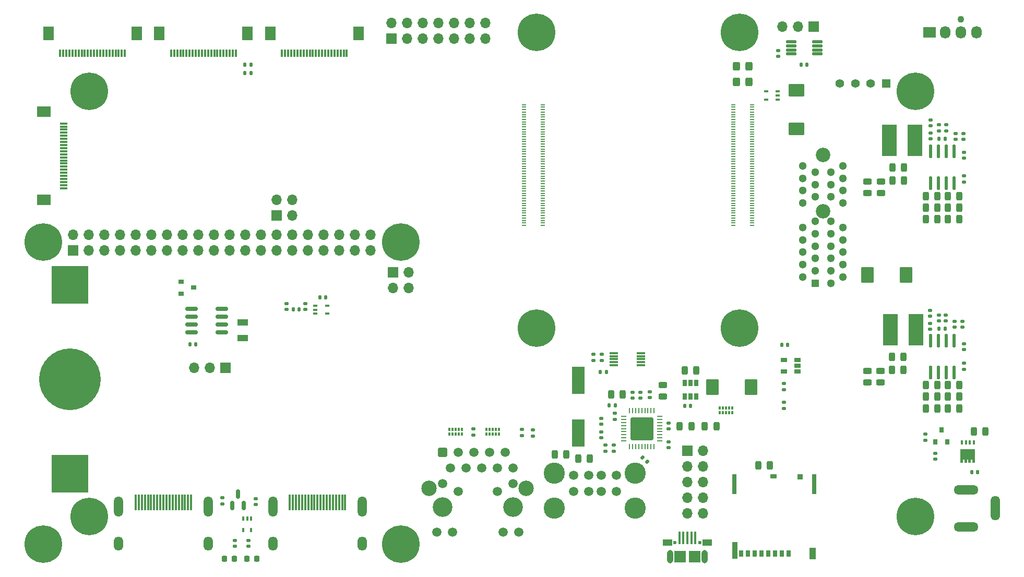
<source format=gbr>
G04 #@! TF.GenerationSoftware,KiCad,Pcbnew,(6.0.7)*
G04 #@! TF.CreationDate,2022-08-11T17:03:55+02:00*
G04 #@! TF.ProjectId,CM4IOv5,434d3449-4f76-4352-9e6b-696361645f70,rev?*
G04 #@! TF.SameCoordinates,Original*
G04 #@! TF.FileFunction,Soldermask,Top*
G04 #@! TF.FilePolarity,Negative*
%FSLAX46Y46*%
G04 Gerber Fmt 4.6, Leading zero omitted, Abs format (unit mm)*
G04 Created by KiCad (PCBNEW (6.0.7)) date 2022-08-11 17:03:55*
%MOMM*%
%LPD*%
G01*
G04 APERTURE LIST*
G04 Aperture macros list*
%AMRoundRect*
0 Rectangle with rounded corners*
0 $1 Rounding radius*
0 $2 $3 $4 $5 $6 $7 $8 $9 X,Y pos of 4 corners*
0 Add a 4 corners polygon primitive as box body*
4,1,4,$2,$3,$4,$5,$6,$7,$8,$9,$2,$3,0*
0 Add four circle primitives for the rounded corners*
1,1,$1+$1,$2,$3*
1,1,$1+$1,$4,$5*
1,1,$1+$1,$6,$7*
1,1,$1+$1,$8,$9*
0 Add four rect primitives between the rounded corners*
20,1,$1+$1,$2,$3,$4,$5,0*
20,1,$1+$1,$4,$5,$6,$7,0*
20,1,$1+$1,$6,$7,$8,$9,0*
20,1,$1+$1,$8,$9,$2,$3,0*%
%AMFreePoly0*
4,1,17,1.395000,0.765000,0.855000,0.765000,0.855000,0.535000,1.395000,0.535000,1.395000,0.115000,0.855000,0.115000,0.855000,-0.115000,1.395000,-0.115000,1.395000,-0.535000,0.855000,-0.535000,0.855000,-0.765000,1.395000,-0.765000,1.395000,-1.185000,-0.855000,-1.185000,-0.855000,1.185000,1.395000,1.185000,1.395000,0.765000,1.395000,0.765000,$1*%
G04 Aperture macros list end*
%ADD10R,6.000000X6.150000*%
%ADD11C,10.000000*%
%ADD12RoundRect,0.147500X0.172500X-0.147500X0.172500X0.147500X-0.172500X0.147500X-0.172500X-0.147500X0*%
%ADD13RoundRect,0.243750X0.243750X0.456250X-0.243750X0.456250X-0.243750X-0.456250X0.243750X-0.456250X0*%
%ADD14RoundRect,0.147500X-0.172500X0.147500X-0.172500X-0.147500X0.172500X-0.147500X0.172500X0.147500X0*%
%ADD15RoundRect,0.147500X-0.147500X-0.172500X0.147500X-0.172500X0.147500X0.172500X-0.147500X0.172500X0*%
%ADD16RoundRect,0.243750X-0.243750X-0.456250X0.243750X-0.456250X0.243750X0.456250X-0.243750X0.456250X0*%
%ADD17RoundRect,0.243750X-0.456250X0.243750X-0.456250X-0.243750X0.456250X-0.243750X0.456250X0.243750X0*%
%ADD18R,0.300000X1.300000*%
%ADD19R,1.800000X2.200000*%
%ADD20R,1.700000X1.700000*%
%ADD21O,1.700000X1.700000*%
%ADD22RoundRect,0.147500X0.147500X0.172500X-0.147500X0.172500X-0.147500X-0.172500X0.147500X-0.172500X0*%
%ADD23R,0.300000X0.550000*%
%ADD24R,0.400000X0.550000*%
%ADD25RoundRect,0.150000X0.150000X-0.587500X0.150000X0.587500X-0.150000X0.587500X-0.150000X-0.587500X0*%
%ADD26RoundRect,0.218750X0.218750X0.256250X-0.218750X0.256250X-0.218750X-0.256250X0.218750X-0.256250X0*%
%ADD27RoundRect,0.125000X-0.687500X-0.125000X0.687500X-0.125000X0.687500X0.125000X-0.687500X0.125000X0*%
%ADD28RoundRect,0.243750X0.456250X-0.243750X0.456250X0.243750X-0.456250X0.243750X-0.456250X-0.243750X0*%
%ADD29R,2.000000X4.500000*%
%ADD30R,0.650000X0.400000*%
%ADD31RoundRect,0.062500X0.062500X-0.350000X0.062500X0.350000X-0.062500X0.350000X-0.062500X-0.350000X0*%
%ADD32RoundRect,0.062500X0.350000X-0.062500X0.350000X0.062500X-0.350000X0.062500X-0.350000X-0.062500X0*%
%ADD33RoundRect,0.250000X1.600000X-1.600000X1.600000X1.600000X-1.600000X1.600000X-1.600000X-1.600000X0*%
%ADD34C,0.600000*%
%ADD35R,0.400000X2.000000*%
%ADD36R,1.900000X1.900000*%
%ADD37R,1.500000X1.000000*%
%ADD38O,1.000000X2.150000*%
%ADD39R,0.400000X0.650000*%
%ADD40R,1.060000X0.650000*%
%ADD41O,4.000000X1.500000*%
%ADD42O,1.500000X4.000000*%
%ADD43C,3.200000*%
%ADD44RoundRect,0.250500X-0.499500X-0.499500X0.499500X-0.499500X0.499500X0.499500X-0.499500X0.499500X0*%
%ADD45C,1.500000*%
%ADD46C,2.500000*%
%ADD47R,0.300000X2.600000*%
%ADD48O,1.500000X3.300000*%
%ADD49O,1.500000X2.300000*%
%ADD50R,0.650000X1.060000*%
%ADD51R,1.400000X0.300000*%
%ADD52C,3.450000*%
%ADD53RoundRect,0.147500X-0.226274X-0.017678X-0.017678X-0.226274X0.226274X0.017678X0.017678X0.226274X0*%
%ADD54C,1.100000*%
%ADD55R,2.030000X1.730000*%
%ADD56O,1.730000X2.030000*%
%ADD57C,6.100000*%
%ADD58R,0.800000X0.900000*%
%ADD59R,2.350000X5.100000*%
%ADD60RoundRect,0.112500X0.112500X-0.962500X0.112500X0.962500X-0.112500X0.962500X-0.112500X-0.962500X0*%
%ADD61R,1.408000X1.408000*%
%ADD62C,1.408000*%
%ADD63RoundRect,0.249999X-0.325001X-0.450001X0.325001X-0.450001X0.325001X0.450001X-0.325001X0.450001X0*%
%ADD64R,0.900000X0.800000*%
%ADD65RoundRect,0.150000X0.825000X0.150000X-0.825000X0.150000X-0.825000X-0.150000X0.825000X-0.150000X0*%
%ADD66R,1.800000X1.000000*%
%ADD67R,0.700000X1.100000*%
%ADD68R,0.900000X0.930000*%
%ADD69R,1.050000X0.780000*%
%ADD70R,0.860000X2.800000*%
%ADD71R,0.700000X3.330000*%
%ADD72R,1.140000X1.830000*%
%ADD73R,1.300000X0.300000*%
%ADD74R,2.200000X1.800000*%
%ADD75R,0.420000X0.700000*%
%ADD76FreePoly0,270.000000*%
%ADD77C,2.350000*%
%ADD78R,1.300000X1.300000*%
%ADD79C,1.300000*%
%ADD80RoundRect,0.250000X-0.787500X-1.025000X0.787500X-1.025000X0.787500X1.025000X-0.787500X1.025000X0*%
%ADD81RoundRect,0.250000X1.025000X-0.787500X1.025000X0.787500X-1.025000X0.787500X-1.025000X-0.787500X0*%
%ADD82R,0.700000X0.200000*%
G04 APERTURE END LIST*
D10*
X86800000Y-145125000D03*
X86800000Y-114475000D03*
D11*
X86800000Y-129800000D03*
D12*
X152300000Y-138785000D03*
X152300000Y-137815000D03*
D13*
X200387500Y-143750000D03*
X198512500Y-143750000D03*
D12*
X111550000Y-149985000D03*
X111550000Y-149015000D03*
X117000000Y-150085000D03*
X117000000Y-149115000D03*
D14*
X201700000Y-76415000D03*
X201700000Y-77385000D03*
D15*
X233115000Y-144800000D03*
X234085000Y-144800000D03*
D16*
X220262500Y-95400000D03*
X222137500Y-95400000D03*
X220262500Y-97550000D03*
X222137500Y-97550000D03*
D17*
X216250000Y-97650000D03*
X216250000Y-99525000D03*
X218400000Y-97662500D03*
X218400000Y-99537500D03*
D18*
X85250000Y-76850000D03*
X85750000Y-76850000D03*
X86250000Y-76850000D03*
X86750000Y-76850000D03*
X87250000Y-76850000D03*
X87750000Y-76850000D03*
X88250000Y-76850000D03*
X88750000Y-76850000D03*
X89250000Y-76850000D03*
X89750000Y-76850000D03*
X90250000Y-76850000D03*
X90750000Y-76850000D03*
X91250000Y-76850000D03*
X91750000Y-76850000D03*
X92250000Y-76850000D03*
X92750000Y-76850000D03*
X93250000Y-76850000D03*
X93750000Y-76850000D03*
X94250000Y-76850000D03*
X94750000Y-76850000D03*
X95250000Y-76850000D03*
X95750000Y-76850000D03*
D19*
X83350000Y-73600000D03*
X97650000Y-73600000D03*
D18*
X121250000Y-76850000D03*
X121750000Y-76850000D03*
X122250000Y-76850000D03*
X122750000Y-76850000D03*
X123250000Y-76850000D03*
X123750000Y-76850000D03*
X124250000Y-76850000D03*
X124750000Y-76850000D03*
X125250000Y-76850000D03*
X125750000Y-76850000D03*
X126250000Y-76850000D03*
X126750000Y-76850000D03*
X127250000Y-76850000D03*
X127750000Y-76850000D03*
X128250000Y-76850000D03*
X128750000Y-76850000D03*
X129250000Y-76850000D03*
X129750000Y-76850000D03*
X130250000Y-76850000D03*
X130750000Y-76850000D03*
X131250000Y-76850000D03*
X131750000Y-76850000D03*
D19*
X133650000Y-73600000D03*
X119350000Y-73600000D03*
D20*
X112075000Y-127900000D03*
D21*
X109535000Y-127900000D03*
X106995000Y-127900000D03*
D12*
X113600000Y-156885000D03*
X113600000Y-155915000D03*
D14*
X171800000Y-125715000D03*
X171800000Y-126685000D03*
D22*
X206385000Y-78700000D03*
X205415000Y-78700000D03*
D23*
X156400000Y-137900000D03*
X155900000Y-137900000D03*
D24*
X155400000Y-137900000D03*
D23*
X154900000Y-137900000D03*
X154400000Y-137900000D03*
X154400000Y-138670000D03*
X154900000Y-138670000D03*
D24*
X155400000Y-138670000D03*
D23*
X155900000Y-138670000D03*
X156400000Y-138670000D03*
D25*
X114100000Y-148362500D03*
X115050000Y-150237500D03*
X113150000Y-150237500D03*
D20*
X87370000Y-108820000D03*
D21*
X87370000Y-106280000D03*
X89910000Y-108820000D03*
X89910000Y-106280000D03*
X92450000Y-108820000D03*
X92450000Y-106280000D03*
X94990000Y-108820000D03*
X94990000Y-106280000D03*
X97530000Y-108820000D03*
X97530000Y-106280000D03*
X100070000Y-108820000D03*
X100070000Y-106280000D03*
X102610000Y-108820000D03*
X102610000Y-106280000D03*
X105150000Y-108820000D03*
X105150000Y-106280000D03*
X107690000Y-108820000D03*
X107690000Y-106280000D03*
X110230000Y-108820000D03*
X110230000Y-106280000D03*
X112770000Y-108820000D03*
X112770000Y-106280000D03*
X115310000Y-108820000D03*
X115310000Y-106280000D03*
X117850000Y-108820000D03*
X117850000Y-106280000D03*
X120390000Y-108820000D03*
X120390000Y-106280000D03*
X122930000Y-108820000D03*
X122930000Y-106280000D03*
X125470000Y-108820000D03*
X125470000Y-106280000D03*
X128010000Y-108820000D03*
X128010000Y-106280000D03*
X130550000Y-108820000D03*
X130550000Y-106280000D03*
X133090000Y-108820000D03*
X133090000Y-106280000D03*
X135630000Y-108820000D03*
X135630000Y-106280000D03*
D20*
X187000000Y-141400000D03*
D21*
X189540000Y-141400000D03*
X187000000Y-143940000D03*
X189540000Y-143940000D03*
X187000000Y-146480000D03*
X189540000Y-146480000D03*
X187000000Y-149020000D03*
X189540000Y-149020000D03*
X187000000Y-151560000D03*
X189540000Y-151560000D03*
D26*
X117137500Y-158900000D03*
X115562500Y-158900000D03*
D27*
X203887500Y-75025000D03*
X203887500Y-75675000D03*
X203887500Y-76325000D03*
X203887500Y-76975000D03*
X208112500Y-76975000D03*
X208112500Y-76325000D03*
X208112500Y-75675000D03*
X208112500Y-75025000D03*
D14*
X173100000Y-125715000D03*
X173100000Y-126685000D03*
X183960000Y-139887000D03*
X183960000Y-140857000D03*
D13*
X176515500Y-132244000D03*
X174640500Y-132244000D03*
D14*
X173000000Y-136115000D03*
X173000000Y-137085000D03*
D28*
X183000000Y-132537500D03*
X183000000Y-130662500D03*
D12*
X173000000Y-139285000D03*
X173000000Y-138315000D03*
D16*
X169262500Y-142600000D03*
X171137500Y-142600000D03*
D13*
X187637500Y-137400000D03*
X185762500Y-137400000D03*
D12*
X175204000Y-136253000D03*
X175204000Y-135283000D03*
D16*
X189825000Y-137400000D03*
X191700000Y-137400000D03*
D13*
X167387500Y-141972980D03*
X165512500Y-141972980D03*
D29*
X169300000Y-138450000D03*
X169300000Y-129950000D03*
D30*
X126668000Y-117822000D03*
X126668000Y-118472000D03*
X126668000Y-119122000D03*
X128568000Y-119122000D03*
X128568000Y-117822000D03*
D31*
X177604000Y-140705500D03*
X178104000Y-140705500D03*
X178604000Y-140705500D03*
X179104000Y-140705500D03*
X179604000Y-140705500D03*
X180104000Y-140705500D03*
X180604000Y-140705500D03*
X181104000Y-140705500D03*
X181604000Y-140705500D03*
D32*
X182541500Y-139768000D03*
X182541500Y-139268000D03*
X182541500Y-138768000D03*
X182541500Y-138268000D03*
X182541500Y-137768000D03*
X182541500Y-137268000D03*
X182541500Y-136768000D03*
X182541500Y-136268000D03*
X182541500Y-135768000D03*
D31*
X181604000Y-134830500D03*
X181104000Y-134830500D03*
X180604000Y-134830500D03*
X180104000Y-134830500D03*
X179604000Y-134830500D03*
X179104000Y-134830500D03*
X178604000Y-134830500D03*
X178104000Y-134830500D03*
X177604000Y-134830500D03*
D32*
X176666500Y-135768000D03*
X176666500Y-136268000D03*
X176666500Y-136768000D03*
X176666500Y-137268000D03*
X176666500Y-137768000D03*
X176666500Y-138268000D03*
X176666500Y-138768000D03*
X176666500Y-139268000D03*
X176666500Y-139768000D03*
D33*
X179604000Y-137768000D03*
D12*
X125062000Y-118433000D03*
X125062000Y-117463000D03*
X122014000Y-118433000D03*
X122014000Y-117463000D03*
X173725000Y-141410000D03*
X173725000Y-140440000D03*
X178118000Y-132815999D03*
X178118000Y-131845999D03*
D22*
X175301000Y-134022000D03*
X174331000Y-134022000D03*
D12*
X180912000Y-132729000D03*
X180912000Y-131759000D03*
X179388000Y-132815999D03*
X179388000Y-131845999D03*
X161900000Y-138970000D03*
X161900000Y-138000000D03*
X160200000Y-138885000D03*
X160200000Y-137915000D03*
D20*
X139230000Y-112370000D03*
D21*
X141770000Y-112370000D03*
X139230000Y-114910000D03*
X141770000Y-114910000D03*
D34*
X189000000Y-156300000D03*
X185000000Y-156300000D03*
D35*
X185700000Y-155500000D03*
X186350000Y-155500000D03*
X187000000Y-155500000D03*
X187650000Y-155500000D03*
X188300000Y-155500000D03*
D36*
X188150000Y-158550000D03*
X185850000Y-158550000D03*
D37*
X183800000Y-156300000D03*
D38*
X184175000Y-158550000D03*
D37*
X190200000Y-156300000D03*
D38*
X189825000Y-158550000D03*
D26*
X113487500Y-158900000D03*
X111912500Y-158900000D03*
D12*
X115800000Y-156885000D03*
X115800000Y-155915000D03*
D39*
X116250000Y-152350000D03*
X115600000Y-152350000D03*
X114950000Y-152350000D03*
X114950000Y-154250000D03*
X116250000Y-154250000D03*
D22*
X124023000Y-118456000D03*
X123053000Y-118456000D03*
X128357000Y-116440000D03*
X127387000Y-116440000D03*
D40*
X204898661Y-128505987D03*
X204898661Y-127555987D03*
X204898661Y-126605987D03*
X202698661Y-126605987D03*
X202698661Y-128505987D03*
D41*
X232250000Y-147700000D03*
X232250000Y-153700000D03*
D42*
X236950000Y-150700000D03*
D43*
X147285000Y-150500000D03*
X158715000Y-150500000D03*
D44*
X147285000Y-141610000D03*
D45*
X148555000Y-144150000D03*
X149825000Y-141610000D03*
X151095000Y-144150000D03*
X152365000Y-141610000D03*
X153635000Y-144150000D03*
X154905000Y-141610000D03*
X156175000Y-144150000D03*
X157445000Y-141610000D03*
X158715000Y-144150000D03*
X147285000Y-146670000D03*
X149825000Y-147940000D03*
X156175000Y-147940000D03*
X158715000Y-146670000D03*
X146370000Y-154560000D03*
X148910000Y-154560000D03*
X157090000Y-154560000D03*
X159630000Y-154560000D03*
D46*
X145125000Y-147450000D03*
X160875000Y-147450000D03*
D47*
X131500000Y-149720000D03*
X131000000Y-149720000D03*
X130500000Y-149720000D03*
X130000000Y-149720000D03*
X129500000Y-149720000D03*
X129000000Y-149720000D03*
X128500000Y-149720000D03*
X128000000Y-149720000D03*
X127500000Y-149720000D03*
X127000000Y-149720000D03*
X126500000Y-149720000D03*
X126000000Y-149720000D03*
X125500000Y-149720000D03*
X125000000Y-149720000D03*
X124500000Y-149720000D03*
X124000000Y-149720000D03*
X123500000Y-149720000D03*
X123000000Y-149720000D03*
X122500000Y-149720000D03*
D48*
X134250000Y-150450000D03*
X119750000Y-150450000D03*
D49*
X119750000Y-156410000D03*
X134250000Y-156410000D03*
D47*
X106500000Y-149720000D03*
X106000000Y-149720000D03*
X105500000Y-149720000D03*
X105000000Y-149720000D03*
X104500000Y-149720000D03*
X104000000Y-149720000D03*
X103500000Y-149720000D03*
X103000000Y-149720000D03*
X102500000Y-149720000D03*
X102000000Y-149720000D03*
X101500000Y-149720000D03*
X101000000Y-149720000D03*
X100500000Y-149720000D03*
X100000000Y-149720000D03*
X99500000Y-149720000D03*
X99000000Y-149720000D03*
X98500000Y-149720000D03*
X98000000Y-149720000D03*
X97500000Y-149720000D03*
D48*
X109250000Y-150450000D03*
X94750000Y-150450000D03*
D49*
X94750000Y-156410000D03*
X109250000Y-156410000D03*
D22*
X187535000Y-134050000D03*
X186565000Y-134050000D03*
D50*
X188450000Y-130400000D03*
X187500000Y-130400000D03*
X186550000Y-130400000D03*
X186550000Y-132600000D03*
X187500000Y-132600000D03*
X188450000Y-132600000D03*
D51*
X175100000Y-125500000D03*
X175100000Y-126000000D03*
X175100000Y-126500000D03*
X175100000Y-127000000D03*
X175100000Y-127500000D03*
X179500000Y-127500000D03*
X179500000Y-127000000D03*
X179500000Y-126500000D03*
X179500000Y-126000000D03*
X179500000Y-125500000D03*
D45*
X168500000Y-145370000D03*
X171000000Y-145370000D03*
X173000000Y-145370000D03*
X175500000Y-145370000D03*
X168500000Y-147990000D03*
X171000000Y-147990000D03*
X173000000Y-147990000D03*
X175500000Y-147990000D03*
D52*
X165430000Y-150700000D03*
X178570000Y-150700000D03*
X165430000Y-145020000D03*
X178570000Y-145020000D03*
D53*
X179757053Y-142457053D03*
X180442947Y-143142947D03*
D54*
X231380000Y-71340000D03*
D55*
X226300000Y-73500000D03*
D56*
X228840000Y-73500000D03*
X231380000Y-73500000D03*
X233920000Y-73500000D03*
D57*
X90000000Y-152000000D03*
X82500000Y-156500000D03*
X82500000Y-107500000D03*
X140500000Y-156500000D03*
X140500000Y-107500000D03*
X224000000Y-83000000D03*
X90000000Y-83000000D03*
X224000000Y-152000000D03*
D58*
X229150000Y-139950000D03*
X228200000Y-137950000D03*
X227250000Y-139950000D03*
D14*
X227250000Y-141765000D03*
X227250000Y-142735000D03*
D12*
X226450000Y-88635000D03*
X226450000Y-87665000D03*
X231900000Y-97735000D03*
X231900000Y-96765000D03*
D22*
X228820000Y-90700000D03*
X227850000Y-90700000D03*
D14*
X227800000Y-88465000D03*
X227800000Y-89435000D03*
D59*
X223925000Y-90950000D03*
X219775000Y-90950000D03*
D12*
X226450000Y-90735000D03*
X226450000Y-89765000D03*
D14*
X230500000Y-89865000D03*
X230500000Y-90835000D03*
X231900000Y-92915000D03*
X231900000Y-93885000D03*
D60*
X226495000Y-97912500D03*
X227765000Y-97912500D03*
X229035000Y-97912500D03*
X230305000Y-97912500D03*
X230305000Y-92787500D03*
X229035000Y-92787500D03*
X227765000Y-92787500D03*
X226495000Y-92787500D03*
D14*
X225600000Y-138665000D03*
X225600000Y-139635000D03*
D12*
X229000000Y-89435000D03*
X229000000Y-88465000D03*
D14*
X231750000Y-89865000D03*
X231750000Y-90835000D03*
D61*
X219250000Y-81750000D03*
D62*
X216750000Y-81750000D03*
X214250000Y-81750000D03*
X211750000Y-81750000D03*
D20*
X120400000Y-103200000D03*
D21*
X120400000Y-100660000D03*
X122940000Y-103200000D03*
X122940000Y-100660000D03*
D22*
X116185000Y-78700000D03*
X115215000Y-78700000D03*
X116185000Y-80100000D03*
X115215000Y-80100000D03*
D23*
X150400000Y-137900000D03*
X149900000Y-137900000D03*
D24*
X149400000Y-137900000D03*
D23*
X148900000Y-137900000D03*
X148400000Y-137900000D03*
X148400000Y-138670000D03*
X148900000Y-138670000D03*
D24*
X149400000Y-138670000D03*
D23*
X149900000Y-138670000D03*
X150400000Y-138670000D03*
X192250000Y-135185000D03*
X192750000Y-135185000D03*
D24*
X193250000Y-135185000D03*
D23*
X193750000Y-135185000D03*
X194250000Y-135185000D03*
X194250000Y-134415000D03*
X193750000Y-134415000D03*
D24*
X193250000Y-134415000D03*
D23*
X192750000Y-134415000D03*
X192250000Y-134415000D03*
D20*
X139000000Y-74500000D03*
D21*
X139000000Y-71960000D03*
X141540000Y-74500000D03*
X141540000Y-71960000D03*
X144080000Y-74500000D03*
X144080000Y-71960000D03*
X146620000Y-74500000D03*
X146620000Y-71960000D03*
X149160000Y-74500000D03*
X149160000Y-71960000D03*
X151700000Y-74500000D03*
X151700000Y-71960000D03*
X154240000Y-74500000D03*
X154240000Y-71960000D03*
D63*
X194975000Y-79000000D03*
X197025000Y-79000000D03*
D30*
X201650000Y-84350000D03*
X201650000Y-83700000D03*
X201650000Y-83050000D03*
X199750000Y-83050000D03*
X199750000Y-84350000D03*
D63*
X194975000Y-81500000D03*
X197025000Y-81500000D03*
D64*
X104900000Y-113950000D03*
X104900000Y-115850000D03*
X106900000Y-114900000D03*
D65*
X111475000Y-122155000D03*
X111475000Y-120885000D03*
X111475000Y-119615000D03*
X111475000Y-118345000D03*
X106525000Y-118345000D03*
X106525000Y-119615000D03*
X106525000Y-120885000D03*
X106525000Y-122155000D03*
D66*
X114850000Y-120550000D03*
X114850000Y-123050000D03*
D20*
X207500000Y-72500000D03*
D21*
X204960000Y-72500000D03*
X202420000Y-72500000D03*
D14*
X175050000Y-140440000D03*
X175050000Y-141410000D03*
X183975000Y-136840000D03*
X183975000Y-137810000D03*
D67*
X203460000Y-158075000D03*
X202360000Y-158075000D03*
X201260000Y-158075000D03*
X200160000Y-158075000D03*
X199060000Y-158075000D03*
X197960000Y-158075000D03*
X196860000Y-158075000D03*
X195760000Y-158075000D03*
D68*
X205250000Y-145610000D03*
D69*
X200985000Y-145535000D03*
D70*
X194680000Y-157575000D03*
D71*
X194600000Y-146810000D03*
D72*
X207340000Y-158060000D03*
D71*
X207560000Y-146810000D03*
D18*
X103250000Y-76850000D03*
X103750000Y-76850000D03*
X104250000Y-76850000D03*
X104750000Y-76850000D03*
X105250000Y-76850000D03*
X105750000Y-76850000D03*
X106250000Y-76850000D03*
X106750000Y-76850000D03*
X107250000Y-76850000D03*
X107750000Y-76850000D03*
X108250000Y-76850000D03*
X108750000Y-76850000D03*
X109250000Y-76850000D03*
X109750000Y-76850000D03*
X110250000Y-76850000D03*
X110750000Y-76850000D03*
X111250000Y-76850000D03*
X111750000Y-76850000D03*
X112250000Y-76850000D03*
X112750000Y-76850000D03*
X113250000Y-76850000D03*
X113750000Y-76850000D03*
D19*
X115650000Y-73600000D03*
X101350000Y-73600000D03*
D73*
X85850000Y-98750000D03*
X85850000Y-98250000D03*
X85850000Y-97750000D03*
X85850000Y-97250000D03*
X85850000Y-96750000D03*
X85850000Y-96250000D03*
X85850000Y-95750000D03*
X85850000Y-95250000D03*
X85850000Y-94750000D03*
X85850000Y-94250000D03*
X85850000Y-93750000D03*
X85850000Y-93250000D03*
X85850000Y-92750000D03*
X85850000Y-92250000D03*
X85850000Y-91750000D03*
X85850000Y-91250000D03*
X85850000Y-90750000D03*
X85850000Y-90250000D03*
X85850000Y-89750000D03*
X85850000Y-89250000D03*
X85850000Y-88750000D03*
X85850000Y-88250000D03*
D74*
X82600000Y-86350000D03*
X82600000Y-100650000D03*
D75*
X233475000Y-140000000D03*
X232825000Y-140000000D03*
X232175000Y-140000000D03*
X231525000Y-140000000D03*
D76*
X232500000Y-141955000D03*
D12*
X226350000Y-119547500D03*
X226350000Y-118577500D03*
D17*
X216200000Y-128425000D03*
X216200000Y-130300000D03*
D16*
X220162500Y-126112500D03*
X222037500Y-126112500D03*
D17*
X218300000Y-128425000D03*
X218300000Y-130300000D03*
D16*
X220162500Y-128212500D03*
X222037500Y-128212500D03*
D14*
X231850000Y-123977500D03*
X231850000Y-124947500D03*
D12*
X231850000Y-128147500D03*
X231850000Y-127177500D03*
D14*
X227800000Y-119327500D03*
X227800000Y-120297500D03*
X231650000Y-120327500D03*
X231650000Y-121297500D03*
D22*
X228785000Y-121512500D03*
X227815000Y-121512500D03*
D59*
X224075000Y-121712500D03*
X219925000Y-121712500D03*
D14*
X230350000Y-120327500D03*
X230350000Y-121297500D03*
D60*
X226445000Y-128625000D03*
X227715000Y-128625000D03*
X228985000Y-128625000D03*
X230255000Y-128625000D03*
X230255000Y-123500000D03*
X228985000Y-123500000D03*
X227715000Y-123500000D03*
X226445000Y-123500000D03*
D12*
X226350000Y-121662500D03*
X226350000Y-120692500D03*
X228950000Y-120297500D03*
X228950000Y-119327500D03*
D77*
X209000000Y-102500000D03*
X209000000Y-93350000D03*
D78*
X207750000Y-114150000D03*
D79*
X205750000Y-113150000D03*
X207750000Y-112150000D03*
X205750000Y-111150000D03*
X207750000Y-110150000D03*
X205750000Y-109150000D03*
X207750000Y-108150000D03*
X205750000Y-107150000D03*
X207750000Y-106150000D03*
X205750000Y-105150000D03*
X207750000Y-104150000D03*
X205750000Y-101150000D03*
X207750000Y-100150000D03*
X205750000Y-99150000D03*
X207750000Y-98150000D03*
X205750000Y-97150000D03*
X207750000Y-96150000D03*
X205750000Y-95150000D03*
X210250000Y-114150000D03*
X212250000Y-113150000D03*
X210250000Y-112150000D03*
X212250000Y-111150000D03*
X210250000Y-110150000D03*
X212250000Y-109150000D03*
X210250000Y-108150000D03*
X212250000Y-107150000D03*
X210250000Y-106150000D03*
X212250000Y-105150000D03*
X210250000Y-104150000D03*
X212250000Y-101150000D03*
X210250000Y-100150000D03*
X212250000Y-99150000D03*
X210250000Y-98150000D03*
X212250000Y-97150000D03*
X210250000Y-96150000D03*
X212250000Y-95150000D03*
D13*
X188437500Y-128300000D03*
X186562500Y-128300000D03*
D22*
X173850000Y-128550000D03*
X172880000Y-128550000D03*
D80*
X191087500Y-131000000D03*
X197312500Y-131000000D03*
D13*
X227587500Y-100050000D03*
X225712500Y-100050000D03*
D16*
X229262500Y-100050000D03*
X231137500Y-100050000D03*
X229262500Y-101900000D03*
X231137500Y-101900000D03*
D13*
X227587500Y-101900000D03*
X225712500Y-101900000D03*
D16*
X229262500Y-103750000D03*
X231137500Y-103750000D03*
D13*
X227587500Y-103750000D03*
X225712500Y-103750000D03*
X227537500Y-130700000D03*
X225662500Y-130700000D03*
D16*
X229212500Y-130700000D03*
X231087500Y-130700000D03*
D13*
X227537500Y-132600000D03*
X225662500Y-132600000D03*
D16*
X229212500Y-132600000D03*
X231087500Y-132600000D03*
D13*
X227537500Y-134500000D03*
X225662500Y-134500000D03*
D16*
X229212500Y-134500000D03*
X231087500Y-134500000D03*
X233462500Y-138200000D03*
X235337500Y-138200000D03*
D81*
X204700000Y-89112500D03*
X204700000Y-82887500D03*
D80*
X216237500Y-112850000D03*
X222462500Y-112850000D03*
D14*
X202700000Y-130450000D03*
X202700000Y-131420000D03*
D22*
X203285000Y-124200000D03*
X202315000Y-124200000D03*
D14*
X202650000Y-133500000D03*
X202650000Y-134470000D03*
D57*
X195500000Y-73500000D03*
X162500000Y-121500000D03*
X162500000Y-73500000D03*
X195500000Y-121500000D03*
D82*
X197500000Y-104800000D03*
X194420000Y-104800000D03*
X197500000Y-104400000D03*
X194420000Y-104400000D03*
X197500000Y-104000000D03*
X194420000Y-104000000D03*
X197500000Y-103600000D03*
X194420000Y-103600000D03*
X197500000Y-103200000D03*
X194420000Y-103200000D03*
X197500000Y-102800000D03*
X194420000Y-102800000D03*
X197500000Y-102400000D03*
X194420000Y-102400000D03*
X197500000Y-102000000D03*
X194420000Y-102000000D03*
X197500000Y-101600000D03*
X194420000Y-101600000D03*
X197500000Y-101200000D03*
X194420000Y-101200000D03*
X197500000Y-100800000D03*
X194420000Y-100800000D03*
X197500000Y-100400000D03*
X194420000Y-100400000D03*
X197500000Y-100000000D03*
X194420000Y-100000000D03*
X197500000Y-99600000D03*
X194420000Y-99600000D03*
X197500000Y-99200000D03*
X194420000Y-99200000D03*
X197500000Y-98800000D03*
X194420000Y-98800000D03*
X197500000Y-98400000D03*
X194420000Y-98400000D03*
X197500000Y-98000000D03*
X194420000Y-98000000D03*
X197500000Y-97600000D03*
X194420000Y-97600000D03*
X197500000Y-97200000D03*
X194420000Y-97200000D03*
X197500000Y-96800000D03*
X194420000Y-96800000D03*
X197500000Y-96400000D03*
X194420000Y-96400000D03*
X197500000Y-96000000D03*
X194420000Y-96000000D03*
X197500000Y-95600000D03*
X194420000Y-95600000D03*
X197500000Y-95200000D03*
X194420000Y-95200000D03*
X197500000Y-94800000D03*
X194420000Y-94800000D03*
X197500000Y-94400000D03*
X194420000Y-94400000D03*
X197500000Y-94000000D03*
X194420000Y-94000000D03*
X197500000Y-93600000D03*
X194420000Y-93600000D03*
X197500000Y-93200000D03*
X194420000Y-93200000D03*
X197500000Y-92800000D03*
X194420000Y-92800000D03*
X197500000Y-92400000D03*
X194420000Y-92400000D03*
X197500000Y-92000000D03*
X194420000Y-92000000D03*
X197500000Y-91600000D03*
X194420000Y-91600000D03*
X197500000Y-91200000D03*
X194420000Y-91200000D03*
X197500000Y-90800000D03*
X194420000Y-90800000D03*
X197500000Y-90400000D03*
X194420000Y-90400000D03*
X197500000Y-90000000D03*
X194420000Y-90000000D03*
X197500000Y-89600000D03*
X194420000Y-89600000D03*
X197500000Y-89200000D03*
X194420000Y-89200000D03*
X197500000Y-88800000D03*
X194420000Y-88800000D03*
X197500000Y-88400000D03*
X194420000Y-88400000D03*
X197500000Y-88000000D03*
X194420000Y-88000000D03*
X197500000Y-87600000D03*
X194420000Y-87600000D03*
X197500000Y-87200000D03*
X194420000Y-87200000D03*
X197500000Y-86800000D03*
X194420000Y-86800000D03*
X197500000Y-86400000D03*
X194420000Y-86400000D03*
X197500000Y-86000000D03*
X194420000Y-86000000D03*
X197500000Y-85600000D03*
X194420000Y-85600000D03*
X197500000Y-85200000D03*
X194420000Y-85200000D03*
X163580000Y-104800000D03*
X160500000Y-104800000D03*
X163580000Y-104400000D03*
X160500000Y-104400000D03*
X163580000Y-104000000D03*
X160500000Y-104000000D03*
X163580000Y-103600000D03*
X160500000Y-103600000D03*
X163580000Y-103200000D03*
X160500000Y-103200000D03*
X163580000Y-102800000D03*
X160500000Y-102800000D03*
X163580000Y-102400000D03*
X160500000Y-102400000D03*
X163580000Y-102000000D03*
X160500000Y-102000000D03*
X163580000Y-101600000D03*
X160500000Y-101600000D03*
X163580000Y-101200000D03*
X160500000Y-101200000D03*
X163580000Y-100800000D03*
X160500000Y-100800000D03*
X163580000Y-100400000D03*
X160500000Y-100400000D03*
X163580000Y-100000000D03*
X160500000Y-100000000D03*
X163580000Y-99600000D03*
X160500000Y-99600000D03*
X163580000Y-99200000D03*
X160500000Y-99200000D03*
X163580000Y-98800000D03*
X160500000Y-98800000D03*
X163580000Y-98400000D03*
X160500000Y-98400000D03*
X163580000Y-98000000D03*
X160500000Y-98000000D03*
X163580000Y-97600000D03*
X160500000Y-97600000D03*
X163580000Y-97200000D03*
X160500000Y-97200000D03*
X163580000Y-96800000D03*
X160500000Y-96800000D03*
X163580000Y-96400000D03*
X160500000Y-96400000D03*
X163580000Y-96000000D03*
X160500000Y-96000000D03*
X163580000Y-95600000D03*
X160500000Y-95600000D03*
X163580000Y-95200000D03*
X160500000Y-95200000D03*
X163580000Y-94800000D03*
X160500000Y-94800000D03*
X163580000Y-94400000D03*
X160500000Y-94400000D03*
X163580000Y-94000000D03*
X160500000Y-94000000D03*
X163580000Y-93600000D03*
X160500000Y-93600000D03*
X163580000Y-93200000D03*
X160500000Y-93200000D03*
X163580000Y-92800000D03*
X160500000Y-92800000D03*
X163580000Y-92400000D03*
X160500000Y-92400000D03*
X163580000Y-92000000D03*
X160500000Y-92000000D03*
X163580000Y-91600000D03*
X160500000Y-91600000D03*
X163580000Y-91200000D03*
X160500000Y-91200000D03*
X163580000Y-90800000D03*
X160500000Y-90800000D03*
X163580000Y-90400000D03*
X160500000Y-90400000D03*
X163580000Y-90000000D03*
X160500000Y-90000000D03*
X163580000Y-89600000D03*
X160500000Y-89600000D03*
X163580000Y-89200000D03*
X160500000Y-89200000D03*
X163580000Y-88800000D03*
X160500000Y-88800000D03*
X163580000Y-88400000D03*
X160500000Y-88400000D03*
X163580000Y-88000000D03*
X160500000Y-88000000D03*
X163580000Y-87600000D03*
X160500000Y-87600000D03*
X163580000Y-87200000D03*
X160500000Y-87200000D03*
X163580000Y-86800000D03*
X160500000Y-86800000D03*
X163580000Y-86400000D03*
X160500000Y-86400000D03*
X163580000Y-86000000D03*
X160500000Y-86000000D03*
X163580000Y-85600000D03*
X160500000Y-85600000D03*
X163580000Y-85200000D03*
X160500000Y-85200000D03*
D15*
X106315000Y-124100000D03*
X107285000Y-124100000D03*
M02*

</source>
